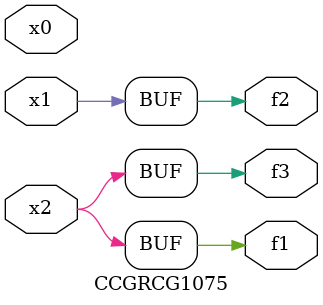
<source format=v>
module CCGRCG1075(
	input x0, x1, x2,
	output f1, f2, f3
);
	assign f1 = x2;
	assign f2 = x1;
	assign f3 = x2;
endmodule

</source>
